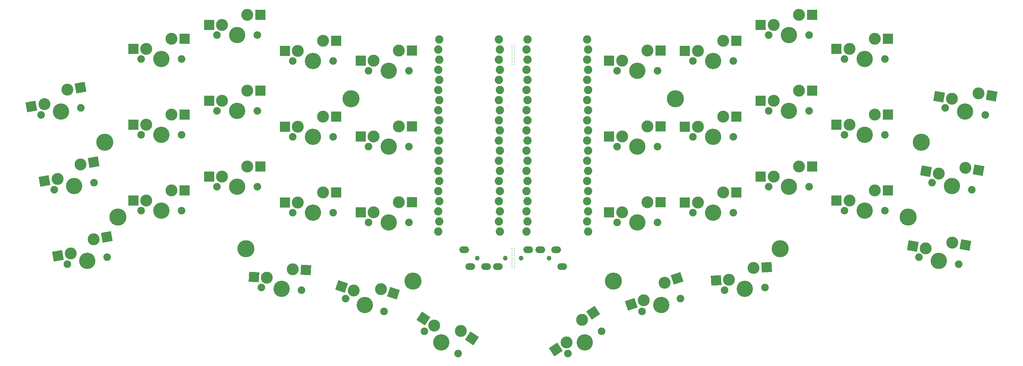
<source format=gbs>
G04 #@! TF.GenerationSoftware,KiCad,Pcbnew,7.0.1*
G04 #@! TF.CreationDate,2023-04-25T00:34:03-04:00*
G04 #@! TF.ProjectId,tenax,74656e61-782e-46b6-9963-61645f706362,rev?*
G04 #@! TF.SameCoordinates,Original*
G04 #@! TF.FileFunction,Soldermask,Bot*
G04 #@! TF.FilePolarity,Negative*
%FSLAX46Y46*%
G04 Gerber Fmt 4.6, Leading zero omitted, Abs format (unit mm)*
G04 Created by KiCad (PCBNEW 7.0.1) date 2023-04-25 00:34:03*
%MOMM*%
%LPD*%
G01*
G04 APERTURE LIST*
G04 Aperture macros list*
%AMRotRect*
0 Rectangle, with rotation*
0 The origin of the aperture is its center*
0 $1 length*
0 $2 width*
0 $3 Rotation angle, in degrees counterclockwise*
0 Add horizontal line*
21,1,$1,$2,0,0,$3*%
G04 Aperture macros list end*
%ADD10C,1.900000*%
%ADD11C,3.000000*%
%ADD12C,4.100000*%
%ADD13R,2.550000X2.500000*%
%ADD14C,4.300000*%
%ADD15RotRect,2.550000X2.500000X170.000000*%
%ADD16C,1.200000*%
%ADD17O,2.500000X1.700000*%
%ADD18C,0.300000*%
%ADD19RotRect,2.550000X2.500000X190.000000*%
%ADD20RotRect,2.550000X2.500000X176.500000*%
%ADD21RotRect,2.550000X2.500000X213.500000*%
%ADD22RotRect,2.550000X2.500000X183.500000*%
%ADD23RotRect,2.550000X2.500000X198.500000*%
%ADD24RotRect,2.550000X2.500000X161.500000*%
%ADD25RotRect,2.550000X2.500000X146.500000*%
%ADD26C,2.082800*%
G04 APERTURE END LIST*
D10*
X77468998Y-79629002D03*
D11*
X78738998Y-77089002D03*
D12*
X82548998Y-79629002D03*
D11*
X85088998Y-74549002D03*
D10*
X87628998Y-79629002D03*
D13*
X75463998Y-77089002D03*
X88390998Y-74549002D03*
D10*
X197068999Y-67079001D03*
D11*
X198338999Y-64539001D03*
D12*
X202148999Y-67079001D03*
D11*
X204688999Y-61999001D03*
D10*
X207228999Y-67079001D03*
D13*
X195063999Y-64539001D03*
X207990999Y-61999001D03*
D14*
X254479898Y-87515700D03*
D10*
X216118999Y-60579002D03*
D11*
X217388999Y-58039002D03*
D12*
X221198999Y-60579002D03*
D11*
X223738999Y-55499002D03*
D10*
X226278999Y-60579002D03*
D13*
X214113999Y-58039002D03*
X227040999Y-55499002D03*
D14*
X126686109Y-122411002D03*
D10*
X257203383Y-97667874D03*
D11*
X258895155Y-95386996D03*
D12*
X262206206Y-98550007D03*
D11*
X265589750Y-93988250D03*
D10*
X267209029Y-99432140D03*
D15*
X255669909Y-94818298D03*
X268841586Y-94561636D03*
D14*
X111124000Y-76604001D03*
D16*
X149873997Y-116654002D03*
X142873997Y-116654002D03*
D17*
X145073997Y-118754002D03*
X148073997Y-118754002D03*
X139573997Y-114554002D03*
X141073997Y-118754002D03*
D18*
X151574000Y-119029001D03*
X151574000Y-118435251D03*
X151574000Y-117841501D03*
X151574000Y-117247751D03*
X151574000Y-116654001D03*
X151574000Y-116060251D03*
X151574000Y-115466501D03*
X151574000Y-114872751D03*
X151574000Y-114279001D03*
D10*
X58418999Y-104679000D03*
D11*
X59688999Y-102139000D03*
D12*
X63498999Y-104679000D03*
D11*
X66038999Y-99599000D03*
D10*
X68578999Y-104679000D03*
D13*
X56413999Y-102139000D03*
X69340999Y-99599000D03*
D10*
X216118998Y-98679001D03*
D11*
X217388998Y-96139001D03*
D12*
X221198998Y-98679001D03*
D11*
X223738998Y-93599001D03*
D10*
X226278998Y-98679001D03*
D13*
X214113998Y-96139001D03*
X227040998Y-93599001D03*
D14*
X177061888Y-122411000D03*
X52576099Y-106276300D03*
D10*
X115569000Y-107679001D03*
D11*
X116839000Y-105139001D03*
D12*
X120649000Y-107679001D03*
D11*
X123189000Y-102599001D03*
D10*
X125729000Y-107679001D03*
D13*
X113564000Y-105139001D03*
X126491000Y-102599001D03*
D10*
X77468998Y-60579001D03*
D11*
X78738998Y-58039001D03*
D12*
X82548998Y-60579001D03*
D11*
X85088998Y-55499001D03*
D10*
X87628998Y-60579001D03*
D13*
X75463998Y-58039001D03*
X88390998Y-55499001D03*
D10*
X96518999Y-105179002D03*
D11*
X97788999Y-102639002D03*
D12*
X101598999Y-105179002D03*
D11*
X104138999Y-100099002D03*
D10*
X106678999Y-105179002D03*
D13*
X94513999Y-102639002D03*
X107440999Y-100099002D03*
D10*
X253895381Y-116428476D03*
D11*
X255587153Y-114147598D03*
D12*
X258898204Y-117310609D03*
D11*
X262281748Y-112748852D03*
D10*
X263901027Y-118192742D03*
D15*
X252361907Y-113578900D03*
X265533584Y-113322238D03*
D10*
X115568999Y-88628999D03*
D11*
X116838999Y-86088999D03*
D12*
X120648999Y-88628999D03*
D11*
X123188999Y-83548999D03*
D10*
X125728999Y-88628999D03*
D13*
X113563999Y-86088999D03*
X126490999Y-83548999D03*
D10*
X235168999Y-104679003D03*
D11*
X236438999Y-102139003D03*
D12*
X240248999Y-104679003D03*
D11*
X242788999Y-99599003D03*
D10*
X245328999Y-104679003D03*
D13*
X233163999Y-102139003D03*
X246090999Y-99599003D03*
D10*
X260511381Y-78907276D03*
D11*
X262203153Y-76626398D03*
D12*
X265514204Y-79789409D03*
D11*
X268897748Y-75227652D03*
D10*
X270517027Y-80671542D03*
D15*
X258977907Y-76057700D03*
X272149584Y-75801038D03*
D18*
X152173998Y-67929002D03*
X152173998Y-67335252D03*
X152173998Y-66741502D03*
X152173998Y-66147752D03*
X152173998Y-65554002D03*
X152173998Y-64960252D03*
X152173998Y-64366502D03*
X152173998Y-63772752D03*
X152173998Y-63179002D03*
D10*
X39846982Y-118192740D03*
D11*
X40656621Y-115470795D03*
D12*
X44849805Y-117310607D03*
D11*
X46469084Y-111866717D03*
D10*
X49852628Y-116428474D03*
D19*
X37431376Y-116039493D03*
X49720919Y-111293331D03*
D10*
X77469000Y-98679002D03*
D11*
X78739000Y-96139002D03*
D12*
X82549000Y-98679002D03*
D11*
X85089000Y-93599002D03*
D10*
X87629000Y-98679002D03*
D13*
X75464000Y-96139002D03*
X88391000Y-93599002D03*
D10*
X58418999Y-66579000D03*
D11*
X59688999Y-64039000D03*
D12*
X63498999Y-66579000D03*
D11*
X66038999Y-61499000D03*
D10*
X68578999Y-66579000D03*
D13*
X56413999Y-64039000D03*
X69340999Y-61499000D03*
D10*
X235168998Y-66579000D03*
D11*
X236438998Y-64039000D03*
D12*
X240248998Y-66579000D03*
D11*
X242788998Y-61499000D03*
D10*
X245328998Y-66579000D03*
D13*
X233163998Y-64039000D03*
X246090998Y-61499000D03*
D10*
X58419000Y-85629002D03*
D11*
X59689000Y-83089002D03*
D12*
X63499000Y-85629002D03*
D11*
X66039000Y-80549002D03*
D10*
X68579000Y-85629002D03*
D13*
X56414000Y-83089002D03*
X69341000Y-80549002D03*
D10*
X36538982Y-99432139D03*
D11*
X37348621Y-96710194D03*
D12*
X41541805Y-98550006D03*
D11*
X43161084Y-93106116D03*
D10*
X46544628Y-97667873D03*
D19*
X34123376Y-97278892D03*
X46412919Y-92532730D03*
D10*
X178018998Y-88629000D03*
D11*
X179288998Y-86089000D03*
D12*
X183098998Y-88629000D03*
D11*
X185638998Y-83549000D03*
D10*
X188178998Y-88629000D03*
D13*
X176013998Y-86089000D03*
X188940998Y-83549000D03*
D18*
X151573998Y-67929002D03*
X151573998Y-67335252D03*
X151573998Y-66741502D03*
X151573998Y-66147752D03*
X151573998Y-65554002D03*
X151573998Y-64960252D03*
X151573998Y-64366502D03*
X151573998Y-63772752D03*
X151573998Y-63179002D03*
D10*
X88579653Y-124033072D03*
D11*
X90002348Y-121575342D03*
D12*
X93650178Y-124343199D03*
D11*
X96495567Y-119427738D03*
D10*
X98720703Y-124653326D03*
D20*
X86733456Y-121375408D03*
X99791408Y-119629320D03*
D14*
X219023598Y-114254481D03*
D10*
X165670397Y-140594904D03*
D11*
X165327512Y-137775874D03*
D12*
X169906537Y-137791064D03*
D11*
X169220767Y-132153004D03*
D10*
X174142677Y-134987224D03*
D21*
X162596536Y-139583468D03*
X171974258Y-130330508D03*
D10*
X205027326Y-124653330D03*
D11*
X206139894Y-122040536D03*
D12*
X210097851Y-124343203D03*
D11*
X212322987Y-119117615D03*
D10*
X215168376Y-124033076D03*
D22*
X202871003Y-122240470D03*
X215618828Y-118916033D03*
D10*
X33230983Y-80671540D03*
D11*
X34040622Y-77949595D03*
D12*
X38233806Y-79789407D03*
D11*
X39853085Y-74345517D03*
D10*
X43236629Y-78907274D03*
D19*
X30815377Y-78518293D03*
X43104920Y-73772131D03*
D18*
X152174000Y-119029001D03*
X152174000Y-118435251D03*
X152174000Y-117841501D03*
X152174000Y-117247751D03*
X152174000Y-116654001D03*
X152174000Y-116060251D03*
X152174000Y-115466501D03*
X152174000Y-114872751D03*
X152174000Y-114279001D03*
D10*
X197069001Y-86129000D03*
D11*
X198339001Y-83589000D03*
D12*
X202149001Y-86129000D03*
D11*
X204689001Y-81049000D03*
D10*
X207229001Y-86129000D03*
D13*
X195064001Y-83589000D03*
X207991001Y-81049000D03*
D10*
X235168999Y-85629001D03*
D11*
X236438999Y-83089001D03*
D12*
X240248999Y-85629001D03*
D11*
X242788999Y-80549001D03*
D10*
X245328999Y-85629001D03*
D13*
X233163999Y-83089001D03*
X246090999Y-80549001D03*
D10*
X197068999Y-105179002D03*
D11*
X198338999Y-102639002D03*
D12*
X202148999Y-105179002D03*
D11*
X204688999Y-100099002D03*
D10*
X207228999Y-105179002D03*
D13*
X195063999Y-102639002D03*
X207990999Y-100099002D03*
D14*
X192624000Y-76604001D03*
D10*
X115568999Y-69579002D03*
D11*
X116838999Y-67039002D03*
D12*
X120648999Y-69579002D03*
D11*
X123188999Y-64499002D03*
D10*
X125728999Y-69579002D03*
D13*
X113563999Y-67039002D03*
X126490999Y-64499002D03*
D14*
X251171899Y-106276302D03*
D16*
X153873998Y-116654000D03*
X160873998Y-116654000D03*
D17*
X158673998Y-114554000D03*
X155673998Y-114554000D03*
X164173998Y-118754000D03*
X162673998Y-114554000D03*
D10*
X216118999Y-79629003D03*
D11*
X217388999Y-77089003D03*
D12*
X221198999Y-79629003D03*
D11*
X223738999Y-74549003D03*
D10*
X226278999Y-79629003D03*
D13*
X214113999Y-77089003D03*
X227040999Y-74549003D03*
D14*
X49268100Y-87515702D03*
D10*
X178018999Y-69579002D03*
D11*
X179288999Y-67039002D03*
D12*
X183098999Y-69579002D03*
D11*
X185638999Y-64499002D03*
D10*
X188178999Y-69579002D03*
D13*
X176013999Y-67039002D03*
X188940999Y-64499002D03*
D10*
X96518999Y-86129002D03*
D11*
X97788999Y-83589002D03*
D12*
X101598999Y-86129002D03*
D11*
X104138999Y-81049002D03*
D10*
X106678999Y-86129002D03*
D13*
X94513999Y-83589002D03*
X107440999Y-81049002D03*
D10*
X184299557Y-130033377D03*
D11*
X184697974Y-127221658D03*
D12*
X189117041Y-128421469D03*
D11*
X189913875Y-122798031D03*
D10*
X193934525Y-126809561D03*
D23*
X181592214Y-128260830D03*
X193045240Y-121750291D03*
D10*
X109813516Y-126809549D03*
D11*
X111823841Y-124803784D03*
D12*
X114631000Y-128421457D03*
D11*
X118651650Y-124409927D03*
D10*
X119448484Y-130033365D03*
D24*
X108718081Y-123764611D03*
X121783014Y-125457667D03*
D14*
X84724398Y-114254480D03*
D10*
X178018999Y-107679002D03*
D11*
X179288999Y-105139002D03*
D12*
X183098999Y-107679002D03*
D11*
X185638999Y-102599002D03*
D10*
X188178999Y-107679002D03*
D13*
X176013999Y-105139002D03*
X188940999Y-102599002D03*
D10*
X96519000Y-67079000D03*
D11*
X97789000Y-64539000D03*
D12*
X101599000Y-67079000D03*
D11*
X104139000Y-61999000D03*
D10*
X106679000Y-67079000D03*
D13*
X94514000Y-64539000D03*
X107441000Y-61999000D03*
D10*
X129605297Y-134987224D03*
D11*
X132066252Y-133570114D03*
D12*
X133841437Y-137791064D03*
D11*
X138763347Y-134956844D03*
D10*
X138077577Y-140594904D03*
D25*
X129335276Y-131762520D03*
X141516838Y-136779340D03*
D26*
X148267001Y-61704002D03*
X148521001Y-64244002D03*
X148267001Y-66784002D03*
X148521001Y-69324002D03*
X148267001Y-71864002D03*
X148521001Y-74404002D03*
X148267001Y-76944002D03*
X148521001Y-79484002D03*
X148267001Y-82024002D03*
X148521001Y-84564002D03*
X148267001Y-87104002D03*
X148521001Y-89644002D03*
X148267001Y-92184002D03*
X148521001Y-94724002D03*
X148267001Y-97264002D03*
X148521001Y-99804002D03*
X148267001Y-102344002D03*
X148521001Y-104884002D03*
X148267001Y-107424002D03*
X148521001Y-109964002D03*
X133027001Y-109964002D03*
X133281001Y-107424002D03*
X133027001Y-104884002D03*
X133281001Y-102344002D03*
X133027001Y-99804002D03*
X133281001Y-97264002D03*
X133027001Y-94724002D03*
X133281001Y-92184002D03*
X133027001Y-89644002D03*
X133281001Y-87104002D03*
X133027001Y-84564002D03*
X133281001Y-82024002D03*
X133027001Y-79484002D03*
X133281001Y-76944002D03*
X133027001Y-74404002D03*
X133281001Y-71864002D03*
X133027001Y-69324002D03*
X133281001Y-66784002D03*
X133027001Y-64244002D03*
X133281001Y-61704002D03*
X170466997Y-61704001D03*
X170720997Y-64244001D03*
X170466997Y-66784001D03*
X170720997Y-69324001D03*
X170466997Y-71864001D03*
X170720997Y-74404001D03*
X170466997Y-76944001D03*
X170720997Y-79484001D03*
X170466997Y-82024001D03*
X170720997Y-84564001D03*
X170466997Y-87104001D03*
X170720997Y-89644001D03*
X170466997Y-92184001D03*
X170720997Y-94724001D03*
X170466997Y-97264001D03*
X170720997Y-99804001D03*
X170466997Y-102344001D03*
X170720997Y-104884001D03*
X170466997Y-107424001D03*
X170720997Y-109964001D03*
X155226997Y-109964001D03*
X155480997Y-107424001D03*
X155226997Y-104884001D03*
X155480997Y-102344001D03*
X155226997Y-99804001D03*
X155480997Y-97264001D03*
X155226997Y-94724001D03*
X155480997Y-92184001D03*
X155226997Y-89644001D03*
X155480997Y-87104001D03*
X155226997Y-84564001D03*
X155480997Y-82024001D03*
X155226997Y-79484001D03*
X155480997Y-76944001D03*
X155226997Y-74404001D03*
X155480997Y-71864001D03*
X155226997Y-69324001D03*
X155480997Y-66784001D03*
X155226997Y-64244001D03*
X155480997Y-61704001D03*
M02*

</source>
